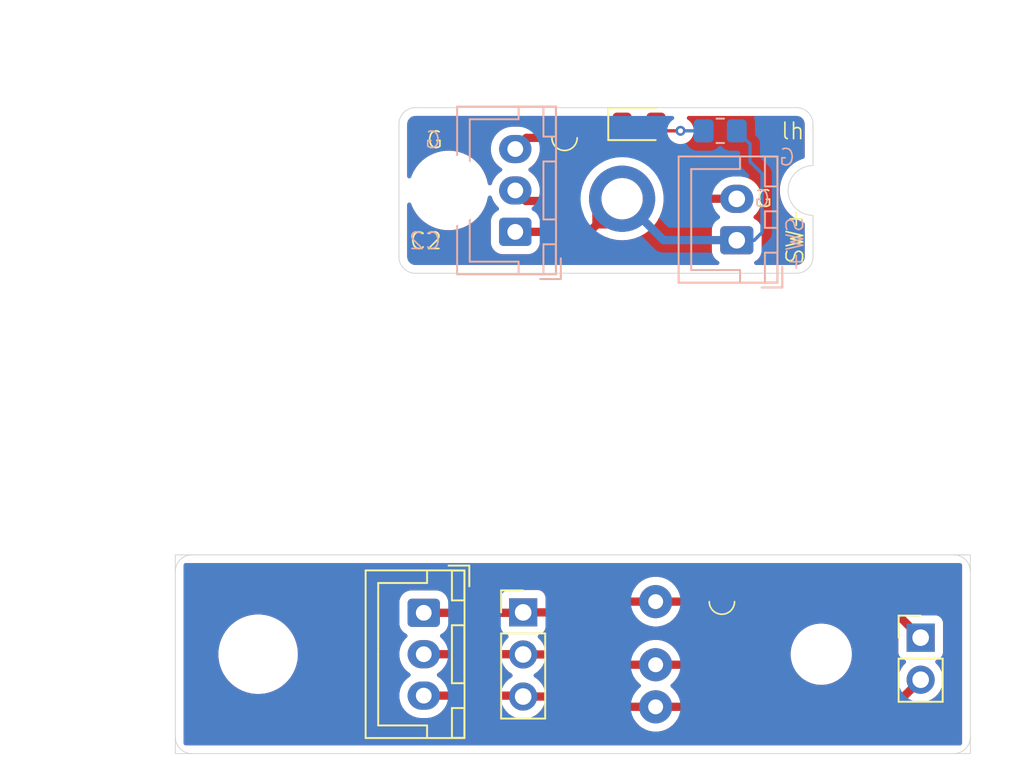
<source format=kicad_pcb>
(kicad_pcb (version 20240108) (generator "pcbnew") (generator_version "8.0")
  (layers (0 "F.Cu" signal) (31 "B.Cu" signal) (34 "B.Paste" user) (35 "F.Paste" user) (36 "B.SilkS" user "B.Silkscreen") (37 "F.SilkS" user "F.Silkscreen") (38 "B.Mask" user) (39 "F.Mask" user) (44 "Edge.Cuts" user))
  (net 0 "")
  (net 1 "GND")
  (net 2 "/Cell1")
  (net 3 "/Cell2")
  (net 4 "/Switched_PWR")
  (net 5 "Net-(D1-A)")
  (net 6 "Net-(J5-Pin_2)")
  (net 7 "Net-(J5-Pin_3)")
  (footprint "footprints:Pogo_3P" (layer "F.Cu") (at 127.504 31.357 -90)
    (property "Reference" "J5" (hide yes))
    (property "Value" "Pogo_3p")
    (fp_arc (start 0 -0.762) (mid 0.762 0) (end 0 0.762) (stroke (width 0.1)) (layer "F.SilkS"))
    (pad "1" smd circle (at 0 0 90) (size 1 1) (layers "F.Cu" "F.Mask") (net 1 "GND"))
    (pad "2" smd circle (at 3.81 0 90) (size 1 1) (layers "F.Cu" "F.Mask") (net 6 "Net-(J5-Pin_2)"))
    (pad "3" smd circle (at 6.35 0 90) (size 1 1) (layers "F.Cu" "F.Mask") (net 7 "Net-(J5-Pin_3)"))
  )
  (footprint "MountingHole:MountingHole_4.3mm_M4" (layer "F.Cu") (at 111.004 6.532)
    (property "Reference" "H2" (hide yes))
    (property "Value" "MountingHole")
    (pad "" np_thru_hole circle (at 0 0) (size 4.3 4.3) (drill 4.3) (layers "*.Cu" "*.Mask"))
  )
  (footprint "Connector_JST:JST_XH_B3B-XH-A_1x03_P2.50mm_Vertical" (layer "F.Cu") (at 109.504 32.032 -90)
    (property "Reference" "J7" (hide yes))
    (property "Value" "Batt_In")
    (fp_line (start -2.56 3.51) (end 7.56 3.51) (stroke (width 0.12)) (layer "F.SilkS"))
    (fp_line (start 7.56 3.51) (end 7.56 -2.46) (stroke (width 0.12)) (layer "F.SilkS"))
    (fp_line (start -1.8 2.75) (end 2.5 2.75) (stroke (width 0.12)) (layer "F.SilkS"))
    (fp_line (start 6.8 2.75) (end 2.5 2.75) (stroke (width 0.12)) (layer "F.SilkS"))
    (fp_line (start -2.55 -0.2) (end -1.8 -0.2) (stroke (width 0.12)) (layer "F.SilkS"))
    (fp_line (start -1.8 -0.2) (end -1.8 2.75) (stroke (width 0.12)) (layer "F.SilkS"))
    (fp_line (start 6.8 -0.2) (end 6.8 2.75) (stroke (width 0.12)) (layer "F.SilkS"))
    (fp_line (start 7.55 -0.2) (end 6.8 -0.2) (stroke (width 0.12)) (layer "F.SilkS"))
    (fp_line (start -2.55 -1.7) (end -0.75 -1.7) (stroke (width 0.12)) (layer "F.SilkS"))
    (fp_line (start -0.75 -1.7) (end -0.75 -2.45) (stroke (width 0.12)) (layer "F.SilkS"))
    (fp_line (start 0.75 -1.7) (end 4.25 -1.7) (stroke (width 0.12)) (layer "F.SilkS"))
    (fp_line (start 4.25 -1.7) (end 4.25 -2.45) (stroke (width 0.12)) (layer "F.SilkS"))
    (fp_line (start 5.75 -1.7) (end 7.55 -1.7) (stroke (width 0.12)) (layer "F.SilkS"))
    (fp_line (start 7.55 -1.7) (end 7.55 -2.45) (stroke (width 0.12)) (layer "F.SilkS"))
    (fp_line (start -2.55 -2.45) (end -2.55 -1.7) (stroke (width 0.12)) (layer "F.SilkS"))
    (fp_line (start -0.75 -2.45) (end -2.55 -2.45) (stroke (width 0.12)) (layer "F.SilkS"))
    (fp_line (start 0.75 -2.45) (end 0.75 -1.7) (stroke (width 0.12)) (layer "F.SilkS"))
    (fp_line (start 4.25 -2.45) (end 0.75 -2.45) (stroke (width 0.12)) (layer "F.SilkS"))
    (fp_line (start 5.75 -2.45) (end 5.75 -1.7) (stroke (width 0.12)) (layer "F.SilkS"))
    (fp_line (start 7.55 -2.45) (end 5.75 -2.45) (stroke (width 0.12)) (layer "F.SilkS"))
    (fp_line (start -2.56 -2.46) (end -2.56 3.51) (stroke (width 0.12)) (layer "F.SilkS"))
    (fp_line (start 7.56 -2.46) (end -2.56 -2.46) (stroke (width 0.12)) (layer "F.SilkS"))
    (fp_line (start -2.85 -2.75) (end -2.85 -1.5) (stroke (width 0.12)) (layer "F.SilkS"))
    (fp_line (start -1.6 -2.75) (end -2.85 -2.75) (stroke (width 0.12)) (layer "F.SilkS"))
    (pad "1" thru_hole roundrect (at 0 0 270) (size 1.7 1.95) (drill 0.95) (layers "*.Cu" "*.Mask") (roundrect_rratio 0.147059) (net 1 "GND"))
    (pad "2" thru_hole oval (at 2.5 0 270) (size 1.7 1.95) (drill 0.95) (layers "*.Cu" "*.Mask") (net 6 "Net-(J5-Pin_2)"))
    (pad "3" thru_hole oval (at 5 0 270) (size 1.7 1.95) (drill 0.95) (layers "*.Cu" "*.Mask") (net 7 "Net-(J5-Pin_3)"))
  )
  (footprint "Connector_PinHeader_2.54mm:PinHeader_1x02_P2.54mm_Vertical" (layer "F.Cu") (at 139.504 33.532)
    (property "Reference" "J8" (hide yes))
    (property "Value" "Conn_01x02_Pin")
    (fp_line (start -1.33 -1.33) (end 0 -1.33) (stroke (width 0.12)) (layer "F.SilkS"))
    (fp_line (start -1.33 0) (end -1.33 -1.33) (stroke (width 0.12)) (layer "F.SilkS"))
    (fp_line (start -1.33 1.27) (end -1.33 3.87) (stroke (width 0.12)) (layer "F.SilkS"))
    (fp_line (start -1.33 1.27) (end 1.33 1.27) (stroke (width 0.12)) (layer "F.SilkS"))
    (fp_line (start -1.33 3.87) (end 1.33 3.87) (stroke (width 0.12)) (layer "F.SilkS"))
    (fp_line (start 1.33 1.27) (end 1.33 3.87) (stroke (width 0.12)) (layer "F.SilkS"))
    (pad "1" thru_hole rect (at 0 0) (size 1.7 1.7) (drill 1) (layers "*.Cu" "*.Mask") (net 1 "GND"))
    (pad "2" thru_hole oval (at 0 2.54) (size 1.7 1.7) (drill 1) (layers "*.Cu" "*.Mask") (net 7 "Net-(J5-Pin_3)"))
  )
  (footprint "MountingHole:MountingHole_4.3mm_M4" (layer "F.Cu") (at 99.504 34.532)
    (property "Reference" "H3" (hide yes))
    (property "Value" "MountingHole")
    (pad "" np_thru_hole circle (at 0 0) (size 4.3 4.3) (drill 4.3) (layers "*.Cu" "*.Mask"))
  )
  (footprint "footprints:Pogo_3P" (layer "F.Cu") (at 118.004 3.357 -90)
    (property "Reference" "J2" (hide yes))
    (property "Value" "Pogo_3p" (hide yes))
    (fp_arc (start 0 -0.762) (mid 0.762 0) (end 0 0.762) (stroke (width 0.1)) (layer "F.SilkS"))
    (pad "1" smd circle (at 0 0 90) (size 1 1) (layers "F.Cu" "F.Mask") (net 1 "GND"))
    (pad "2" smd circle (at 3.81 0 90) (size 1 1) (layers "F.Cu" "F.Mask") (net 2 "/Cell1"))
    (pad "3" smd circle (at 6.35 0 90) (size 1 1) (layers "F.Cu" "F.Mask") (net 3 "/Cell2"))
  )
  (footprint "footprints:Screw_Switch_M1.6" (layer "F.Cu") (at 121.479 7.032)
    (property "Reference" "SW1")
    (property "Value" "Screw Switch")
    (pad "" np_thru_hole circle (at 0 0) (size 2.1 2.1) (drill 2.1) (layers "F&B.Cu" "*.Mask"))
    (pad "1" smd circle (at -1.525 0) (size 0.55 0.55) (layers "F.Cu") (net 3 "/Cell2"))
    (pad "1" smd circle (at 0 -1.525) (size 0.55 0.55) (layers "F.Cu") (net 3 "/Cell2"))
    (pad "1" smd circle (at 0 1.525) (size 0.55 0.55) (layers "F.Cu") (net 3 "/Cell2"))
    (pad "1" smd circle (at 1.525 0) (size 0.55 0.55) (layers "F.Cu") (net 3 "/Cell2"))
    (pad "1" smd custom (at 1.525 0) (size 0.55 0.55) (layers "F.Cu" "F.Mask") (net 3 "/Cell2") (options (clearance outline) (anchor circle)) (primitives (gr_circle (center -1.525 0) (end 0.1 0) (width 0.75) (fill no))))
    (pad "2" smd custom (at -1.1 -1.1 180) (size 0.4 0.4) (layers "B.Cu" "B.Paste" "B.Mask") (net 4 "/Switched_PWR") (options (clearance outline) (anchor circle)) (primitives (gr_arc (start 0.61266 -0.76066) (mid 0.142171 0.140671) (end -0.758572 0.612284) (width 0.2)) (gr_line (start 0.306819 -0.76066) (end 0.714164 -0.76066) (width 0.2)) (gr_line (start -0.759401 0.306542) (end -0.76066 0.71734) (width 0.2)) (gr_arc (start 0.714164 -0.76066) (mid 0.212264 0.212) (end -0.760292 0.714102) (width 0.2)) (gr_arc (start 0.510963 -0.76066) (mid 0.071561 0.06986) (end -0.758297 0.51051) (width 0.2)) (gr_arc (start 0.409034 -0.76066) (mid 0.000242 -0.000241) (end -0.759991 0.408897) (width 0.2)) (gr_arc (start 0.306819 -0.76066) (mid -0.070255 -0.071167) (end -0.759401 0.306542) (width 0.2))))
    (pad "2" smd custom (at -1.1 1.05 270) (size 0.4 0.4) (layers "B.Cu" "B.Paste" "B.Mask") (net 4 "/Switched_PWR") (options (clearance outline) (anchor circle)) (primitives (gr_arc (start 0.61266 -0.76066) (mid 0.142171 0.140671) (end -0.758572 0.612284) (width 0.2)) (gr_line (start 0.306819 -0.76066) (end 0.714164 -0.76066) (width 0.2)) (gr_line (start -0.759401 0.306542) (end -0.76066 0.71734) (width 0.2)) (gr_arc (start 0.714164 -0.76066) (mid 0.212264 0.212) (end -0.760292 0.714102) (width 0.2)) (gr_arc (start 0.510963 -0.76066) (mid 0.071561 0.06986) (end -0.758297 0.51051) (width 0.2)) (gr_arc (start 0.409034 -0.76066) (mid 0.000242 -0.000241) (end -0.759991 0.408897) (width 0.2)) (gr_arc (start 0.306819 -0.76066) (mid -0.070255 -0.071167) (end -0.759401 0.306542) (width 0.2))))
    (pad "2" smd custom (at 1.05 1.05) (size 0.4 0.4) (layers "B.Cu" "B.Paste" "B.Mask") (net 4 "/Switched_PWR") (options (clearance outline) (anchor circle)) (primitives (gr_arc (start 0.61266 -0.76066) (mid 0.142171 0.140671) (end -0.758572 0.612284) (width 0.2)) (gr_line (start 0.306819 -0.76066) (end 0.714164 -0.76066) (width 0.2)) (gr_line (start -0.759401 0.306542) (end -0.76066 0.71734) (width 0.2)) (gr_arc (start 0.714164 -0.76066) (mid 0.212264 0.212) (end -0.760292 0.714102) (width 0.2)) (gr_arc (start 0.510963 -0.76066) (mid 0.071561 0.06986) (end -0.758297 0.51051) (width 0.2)) (gr_arc (start 0.409034 -0.76066) (mid 0.000242 -0.000241) (end -0.759991 0.408897) (width 0.2)) (gr_arc (start 0.306819 -0.76066) (mid -0.070255 -0.071167) (end -0.759401 0.306542) (width 0.2))))
    (pad "2" smd custom (at 1.1 -1.1 90) (size 0.4 0.4) (layers "B.Cu" "B.Paste" "B.Mask") (net 4 "/Switched_PWR") (options (clearance outline) (anchor circle)) (primitives (gr_arc (start 0.61266 -0.76066) (mid 0.142171 0.140671) (end -0.758572 0.612284) (width 0.2)) (gr_line (start 0.306819 -0.76066) (end 0.714164 -0.76066) (width 0.2)) (gr_line (start -0.759401 0.306542) (end -0.76066 0.71734) (width 0.2)) (gr_arc (start 0.714164 -0.76066) (mid 0.212264 0.212) (end -0.760292 0.714102) (width 0.2)) (gr_arc (start 0.510963 -0.76066) (mid 0.071561 0.06986) (end -0.758297 0.51051) (width 0.2)) (gr_arc (start 0.409034 -0.76066) (mid 0.000242 -0.000241) (end -0.759991 0.408897) (width 0.2)) (gr_arc (start 0.306819 -0.76066) (mid -0.070255 -0.071167) (end -0.759401 0.306542) (width 0.2))))
    (pad "2" smd custom (at 1.525 0 180) (size 0.55 0.55) (layers "B.Cu") (net 4 "/Switched_PWR") (options (clearance outline) (anchor circle)) (primitives (gr_circle (center 1.525 0) (end -0.1 0) (width 0.75) (fill no))))
  )
  (footprint "Connector_PinHeader_2.54mm:PinHeader_1x03_P2.54mm_Vertical" (layer "F.Cu") (at 115.504 32.007)
    (property "Reference" "J6" (hide yes))
    (property "Value" "Conn_01x03_Pin")
    (fp_line (start -1.33 -1.33) (end 0 -1.33) (stroke (width 0.12)) (layer "F.SilkS"))
    (fp_line (start -1.33 0) (end -1.33 -1.33) (stroke (width 0.12)) (layer "F.SilkS"))
    (fp_line (start -1.33 1.27) (end -1.33 6.41) (stroke (width 0.12)) (layer "F.SilkS"))
    (fp_line (start -1.33 1.27) (end 1.33 1.27) (stroke (width 0.12)) (layer "F.SilkS"))
    (fp_line (start -1.33 6.41) (end 1.33 6.41) (stroke (width 0.12)) (layer "F.SilkS"))
    (fp_line (start 1.33 1.27) (end 1.33 6.41) (stroke (width 0.12)) (layer "F.SilkS"))
    (pad "1" thru_hole rect (at 0 0) (size 1.7 1.7) (drill 1) (layers "*.Cu" "*.Mask") (net 1 "GND"))
    (pad "2" thru_hole oval (at 0 2.54) (size 1.7 1.7) (drill 1) (layers "*.Cu" "*.Mask") (net 6 "Net-(J5-Pin_2)"))
    (pad "3" thru_hole oval (at 0 5.08) (size 1.7 1.7) (drill 1) (layers "*.Cu" "*.Mask") (net 7 "Net-(J5-Pin_3)"))
  )
  (footprint "footprints:Pogo_Pin_Connection" (layer "F.Cu") (at 123.504 31.357 -90)
    (property "Reference" "J9" (hide yes))
    (property "Value" "Pogo_3p")
    (pad "1" thru_hole circle (at 0 0 90) (size 2 2) (drill 0.9) (layers "*.Cu" "*.Mask") (net 1 "GND"))
    (pad "2" thru_hole circle (at 3.81 0 90) (size 2 2) (drill 0.9) (layers "*.Cu" "*.Mask") (net 6 "Net-(J5-Pin_2)"))
    (pad "3" thru_hole circle (at 6.35 0 90) (size 2 2) (drill 0.9) (layers "*.Cu" "*.Mask") (net 7 "Net-(J5-Pin_3)"))
  )
  (footprint "LED_SMD:LED_0805_2012Metric_Pad1.15x1.40mm_HandSolder" (layer "F.Cu") (at 122.504 2.532)
    (property "Reference" "D1" (hide yes))
    (property "Value" "LED")
    (fp_line (start -1.86 -0.96) (end -1.86 0.96) (stroke (width 0.12)) (layer "F.SilkS"))
    (fp_line (start -1.86 0.96) (end 0.999999 0.96) (stroke (width 0.12)) (layer "F.SilkS"))
    (fp_line (start 1 -0.960001) (end -1.86 -0.96) (stroke (width 0.12)) (layer "F.SilkS"))
    (pad "1" smd roundrect (at -1.025 0) (size 1.15 1.4) (layers "F.Cu" "F.Paste" "F.Mask") (roundrect_rratio 0.217391) (net 1 "GND"))
    (pad "2" smd roundrect (at 1.025 0) (size 1.15 1.4) (layers "F.Cu" "F.Paste" "F.Mask") (roundrect_rratio 0.217391) (net 5 "Net-(D1-A)"))
  )
  (footprint "MountingHole:MountingHole_3.2mm_M3" (layer "F.Cu") (at 133.504 34.532)
    (property "Reference" "H4" (hide yes))
    (property "Value" "MountingHole")
    (pad "" np_thru_hole circle (at 0 0) (size 3.2 3.2) (drill 3.2) (layers "*.Cu" "*.Mask"))
  )
  (footprint "Resistor_SMD:R_0805_2012Metric_Pad1.20x1.40mm_HandSolder" (layer "B.Cu") (at 127.404 2.932 180)
    (property "Reference" "R1" (hide yes))
    (property "Value" "R")
    (fp_line (start 0.227064 0.735) (end -0.227064 0.735) (stroke (width 0.12)) (layer "B.SilkS"))
    (fp_line (start 0.227064 -0.735) (end -0.227064 -0.735) (stroke (width 0.12)) (layer "B.SilkS"))
    (pad "1" smd roundrect (at -1 0 180) (size 1.2 1.4) (layers "B.Cu" "B.Paste" "B.Mask") (roundrect_rratio 0.208333) (net 4 "/Switched_PWR"))
    (pad "2" smd roundrect (at 1 0 180) (size 1.2 1.4) (layers "B.Cu" "B.Paste" "B.Mask") (roundrect_rratio 0.208333) (net 5 "Net-(D1-A)"))
  )
  (footprint "Connector_JST:JST_XH_B2B-XH-A_1x02_P2.50mm_Vertical" (layer "B.Cu") (at 128.401 9.54 90)
    (property "Reference" "J3" (hide yes))
    (property "Value" "to_bott")
    (fp_line (start 5.06 -3.51) (end -2.56 -3.51) (stroke (width 0.12)) (layer "B.SilkS"))
    (fp_line (start -2.56 -3.51) (end -2.56 2.46) (stroke (width 0.12)) (layer "B.SilkS"))
    (fp_line (start 4.3 -2.75) (end 4.3 0.2) (stroke (width 0.12)) (layer "B.SilkS"))
    (fp_line (start 1.25 -2.75) (end 4.3 -2.75) (stroke (width 0.12)) (layer "B.SilkS"))
    (fp_line (start 1.25 -2.75) (end -1.8 -2.75) (stroke (width 0.12)) (layer "B.SilkS"))
    (fp_line (start -1.8 -2.75) (end -1.8 0.2) (stroke (width 0.12)) (layer "B.SilkS"))
    (fp_line (start 4.3 0.2) (end 5.05 0.2) (stroke (width 0.12)) (layer "B.SilkS"))
    (fp_line (start -1.8 0.2) (end -2.55 0.2) (stroke (width 0.12)) (layer "B.SilkS"))
    (fp_line (start -2.85 1.5) (end -2.85 2.75) (stroke (width 0.12)) (layer "B.SilkS"))
    (fp_line (start 5.05 1.7) (end 3.25 1.7) (stroke (width 0.12)) (layer "B.SilkS"))
    (fp_line (start 3.25 1.7) (end 3.25 2.45) (stroke (width 0.12)) (layer "B.SilkS"))
    (fp_line (start 1.75 1.7) (end 0.75 1.7) (stroke (width 0.12)) (layer "B.SilkS"))
    (fp_line (start 0.75 1.7) (end 0.75 2.45) (stroke (width 0.12)) (layer "B.SilkS"))
    (fp_line (start -0.75 1.7) (end -2.55 1.7) (stroke (width 0.12)) (layer "B.SilkS"))
    (fp_line (start -2.55 1.7) (end -2.55 2.45) (stroke (width 0.12)) (layer "B.SilkS"))
    (fp_line (start 5.05 2.45) (end 5.05 1.7) (stroke (width 0.12)) (layer "B.SilkS"))
    (fp_line (start 3.25 2.45) (end 5.05 2.45) (stroke (width 0.12)) (layer "B.SilkS"))
    (fp_line (start 1.75 2.45) (end 1.75 1.7) (stroke (width 0.12)) (layer "B.SilkS"))
    (fp_line (start 0.75 2.45) (end 1.75 2.45) (stroke (width 0.12)) (layer "B.SilkS"))
    (fp_line (start -0.75 2.45) (end -0.75 1.7) (stroke (width 0.12)) (layer "B.SilkS"))
    (fp_line (start -2.55 2.45) (end -0.75 2.45) (stroke (width 0.12)) (layer "B.SilkS"))
    (fp_line (start 5.06 2.46) (end 5.06 -3.51) (stroke (width 0.12)) (layer "B.SilkS"))
    (fp_line (start -2.56 2.46) (end 5.06 2.46) (stroke (width 0.12)) (layer "B.SilkS"))
    (fp_line (start -2.85 2.75) (end -1.6 2.75) (stroke (width 0.12)) (layer "B.SilkS"))
    (pad "1" thru_hole roundrect (at 0 0 90) (size 1.7 2) (drill 1) (layers "*.Cu" "*.Mask") (roundrect_rratio 0.147059) (net 4 "/Switched_PWR"))
    (pad "2" thru_hole oval (at 2.5 0 90) (size 1.7 2) (drill 1) (layers "*.Cu" "*.Mask") (net 1 "GND"))
  )
  (footprint "Connector_JST:JST_XH_B3B-XH-A_1x03_P2.50mm_Vertical" (layer "B.Cu") (at 115.029 9.032 90)
    (property "Reference" "J1" (hide yes))
    (property "Value" "Batt_In")
    (fp_line (start 7.56 -3.51) (end -2.56 -3.51) (stroke (width 0.12)) (layer "B.SilkS"))
    (fp_line (start -2.56 -3.51) (end -2.56 2.46) (stroke (width 0.12)) (layer "B.SilkS"))
    (fp_line (start 6.8 -2.75) (end 6.8 0.2) (stroke (width 0.12)) (layer "B.SilkS"))
    (fp_line (start 2.5 -2.75) (end 6.8 -2.75) (stroke (width 0.12)) (layer "B.SilkS"))
    (fp_line (start 2.5 -2.75) (end -1.8 -2.75) (stroke (width 0.12)) (layer "B.SilkS"))
    (fp_line (start -1.8 -2.75) (end -1.8 0.2) (stroke (width 0.12)) (layer "B.SilkS"))
    (fp_line (start 6.8 0.2) (end 7.55 0.2) (stroke (width 0.12)) (layer "B.SilkS"))
    (fp_line (start -1.8 0.2) (end -2.55 0.2) (stroke (width 0.12)) (layer "B.SilkS"))
    (fp_line (start -2.85 1.5) (end -2.85 2.75) (stroke (width 0.12)) (layer "B.SilkS"))
    (fp_line (start 7.55 1.7) (end 5.75 1.7) (stroke (width 0.12)) (layer "B.SilkS"))
    (fp_line (start 5.75 1.7) (end 5.75 2.45) (stroke (width 0.12)) (layer "B.SilkS"))
    (fp_line (start 4.25 1.7) (end 0.75 1.7) (stroke (width 0.12)) (layer "B.SilkS"))
    (fp_line (start 0.75 1.7) (end 0.75 2.45) (stroke (width 0.12)) (layer "B.SilkS"))
    (fp_line (start -0.75 1.7) (end -2.55 1.7) (stroke (width 0.12)) (layer "B.SilkS"))
    (fp_line (start -2.55 1.7) (end -2.55 2.45) (stroke (width 0.12)) (layer "B.SilkS"))
    (fp_line (start 7.55 2.45) (end 7.55 1.7) (stroke (width 0.12)) (layer "B.SilkS"))
    (fp_line (start 5.75 2.45) (end 7.55 2.45) (stroke (width 0.12)) (layer "B.SilkS"))
    (fp_line (start 4.25 2.45) (end 4.25 1.7) (stroke (width 0.12)) (layer "B.SilkS"))
    (fp_line (start 0.75 2.45) (end 4.25 2.45) (stroke (width 0.12)) (layer "B.SilkS"))
    (fp_line (start -0.75 2.45) (end -0.75 1.7) (stroke (width 0.12)) (layer "B.SilkS"))
    (fp_line (start -2.55 2.45) (end -0.75 2.45) (stroke (width 0.12)) (layer "B.SilkS"))
    (fp_line (start 7.56 2.46) (end 7.56 -3.51) (stroke (width 0.12)) (layer "B.SilkS"))
    (fp_line (start -2.56 2.46) (end 7.56 2.46) (stroke (width 0.12)) (layer "B.SilkS"))
    (fp_line (start -2.85 2.75) (end -1.6 2.75) (stroke (width 0.12)) (layer "B.SilkS"))
    (pad "1" thru_hole roundrect (at 0 0 90) (size 1.7 1.95) (drill 0.95) (layers "*.Cu" "*.Mask") (roundrect_rratio 0.147059) (net 3 "/Cell2"))
    (pad "2" thru_hole oval (at 2.5 0 90) (size 1.7 1.95) (drill 0.95) (layers "*.Cu" "*.Mask") (net 2 "/Cell1"))
    (pad "3" thru_hole oval (at 5 0 90) (size 1.7 1.95) (drill 0.95) (layers "*.Cu" "*.Mask") (net 1 "GND"))
  )
  (gr_arc (start 142.503999 39.531999) (mid 142.211106 40.239106) (end 141.503999 40.531999) (stroke (width 0.05)) (layer "Edge.Cuts"))
  (gr_arc (start 94.504001 29.532001) (mid 94.796894 28.824894) (end 95.504001 28.532001) (stroke (width 0.05)) (layer "Edge.Cuts"))
  (gr_arc (start 109.004 11.532) (mid 108.296893 11.239107) (end 108.004 10.532) (stroke (width 0.05)) (layer "Edge.Cuts"))
  (gr_line (start 109.004 11.532) (end 132.004 11.532) (stroke (width 0.05)) (layer "Edge.Cuts"))
  (gr_line (start 133.004 10.532) (end 133.004 8.032) (stroke (width 0.05)) (layer "Edge.Cuts"))
  (gr_arc (start 133.004 10.532) (mid 132.711107 11.239107) (end 132.004 11.532) (stroke (width 0.05)) (layer "Edge.Cuts"))
  (gr_arc (start 95.504001 40.531999) (mid 94.796894 40.239106) (end 94.504001 39.531999) (stroke (width 0.05)) (layer "Edge.Cuts"))
  (gr_line (start 132.004 1.532) (end 109.004 1.532) (stroke (width 0.05)) (layer "Edge.Cuts"))
  (gr_arc (start 132.004 1.532) (mid 132.711107 1.824893) (end 133.004 2.532) (stroke (width 0.05)) (layer "Edge.Cuts"))
  (gr_arc (start 133.004 8.032) (mid 131.504 6.532) (end 133.004 5.032) (stroke (width 0.05)) (layer "Edge.Cuts"))
  (gr_rect (start 94.504 28.532) (end 142.504 40.532) (stroke (width 0.05)) (fill none) (layer "Edge.Cuts"))
  (gr_line (start 133.004 5.032) (end 133.004 2.532) (stroke (width 0.05)) (layer "Edge.Cuts"))
  (gr_arc (start 108.004 2.532) (mid 108.296893 1.824893) (end 109.004 1.532) (stroke (width 0.05)) (layer "Edge.Cuts"))
  (gr_line (start 108.004 2.532) (end 108.004 10.532) (stroke (width 0.05)) (layer "Edge.Cuts"))
  (gr_arc (start 141.503999 28.532001) (mid 142.211106 28.824894) (end 142.503999 29.532001) (stroke (width 0.05)) (layer "Edge.Cuts"))
  (gr_text "SW+" (at 132.504 8.056 90) (layer "B.SilkS") (effects (font (size 1 1) (thickness 0.1)) (justify left bottom mirror)))
  (gr_text "G" (at 110.621 3.484 -0) (layer "B.SilkS") (effects (font (size 1 1) (thickness 0.1)) (justify left mirror)))
  (gr_text "G" (at 130.504 7.032 -0) (layer "B.SilkS") (effects (font (size 1 1) (thickness 0.1)) (justify left mirror)))
  (gr_text "G" (at 132.004 4.532 -0) (layer "B.SilkS") (effects (font (size 1 1) (thickness 0.1)) (justify left mirror)))
  (gr_text "C2" (at 110.621 9.58 0) (layer "B.SilkS") (effects (font (size 1 1) (thickness 0.1)) (justify left mirror)))
  (gr_text "SW+" (at 132.504 11.032 90) (layer "F.SilkS") (effects (font (size 1 1) (thickness 0.1)) (justify left bottom)))
  (gr_text "C2" (at 108.589 9.58 -0) (layer "F.SilkS") (effects (font (size 1 1) (thickness 0.1)) (justify left)))
  (gr_text "lh" (at 131.004 3.532 0) (layer "F.SilkS") (effects (font (size 1 1) (thickness 0.1)) (justify left bottom)))
  (gr_text "G" (at 109.605 3.484 0) (layer "F.SilkS") (effects (font (size 1 1) (thickness 0.1)) (justify left)))
  (gr_text "G" (at 129.504 7.032 0) (layer "F.SilkS") (effects (font (size 1 1) (thickness 0.1)) (justify left)))
  (segment (start 115.479 32.032) (end 115.504 32.007) (width 0.5) (layer "F.Cu") (net 1))
  (segment (start 130.504 30.532) (end 129.679 31.357) (width 0.5) (layer "F.Cu") (net 1))
  (segment (start 118.004 3.357) (end 119.829 3.357) (width 0.5) (layer "F.Cu") (net 1))
  (segment (start 119.029 32.007) (end 119.679 31.357) (width 0.5) (layer "F.Cu") (net 1))
  (segment (start 120.004 3.532) (end 121.004 2.532) (width 0.2) (layer "F.Cu") (net 1))
  (segment (start 136.504 30.532) (end 130.504 30.532) (width 0.5) (layer "F.Cu") (net 1))
  (segment (start 120.004 3.532) (end 120.304 3.832) (width 0.5) (layer "F.Cu") (net 1))
  (segment (start 115.704 3.357) (end 115.029 4.032) (width 0.5) (layer "F.Cu") (net 1))
  (segment (start 119.829 3.357) (end 120.004 3.532) (width 0.5) (layer "F.Cu") (net 1))
  (segment (start 109.504 32.032) (end 115.479 32.032) (width 0.5) (layer "F.Cu") (net 1))
  (segment (start 129.679 31.357) (end 127.504 31.357) (width 0.5) (layer "F.Cu") (net 1))
  (segment (start 121.004 2.532) (end 121.479 2.532) (width 0.2) (layer "F.Cu") (net 1))
  (segment (start 119.679 31.357) (end 123.504 31.357) (width 0.5) (layer "F.Cu") (net 1))
  (segment (start 139.504 33.532) (end 136.504 30.532) (width 0.5) (layer "F.Cu") (net 1))
  (segment (start 115.504 32.007) (end 119.029 32.007) (width 0.5) (layer "F.Cu") (net 1))
  (segment (start 120.304 3.832) (end 122.804 3.832) (width 0.5) (layer "F.Cu") (net 1))
  (segment (start 123.504 31.357) (end 127.504 31.357) (width 0.5) (layer "F.Cu") (net 1))
  (segment (start 122.804 3.832) (end 126.004 7.032) (width 0.5) (layer "F.Cu") (net 1))
  (segment (start 118.004 3.357) (end 115.704 3.357) (width 0.5) (layer "F.Cu") (net 1))
  (segment (start 126.004 7.032) (end 127.504 7.032) (width 0.5) (layer "F.Cu") (net 1))
  (segment (start 115.664 7.167) (end 115.029 6.532) (width 0.5) (layer "F.Cu") (net 2))
  (segment (start 118.004 7.167) (end 115.664 7.167) (width 0.5) (layer "F.Cu") (net 2))
  (segment (start 119.929 8.607) (end 119.954 8.582) (width 0.5) (layer "F.Cu") (net 3))
  (segment (start 118.004 9.707) (end 118.829 9.707) (width 0.5) (layer "F.Cu") (net 3))
  (segment (start 119.929 8.607) (end 119.929 7.032) (width 0.5) (layer "F.Cu") (net 3))
  (segment (start 118.829 9.707) (end 119.929 8.607) (width 0.5) (layer "F.Cu") (net 3))
  (segment (start 117.329 9.032) (end 118.004 9.707) (width 0.5) (layer "F.Cu") (net 3))
  (segment (start 115.029 9.032) (end 117.329 9.032) (width 0.5) (layer "F.Cu") (net 3))
  (segment (start 119.954 8.582) (end 121.479 8.582) (width 0.5) (layer "F.Cu") (net 3))
  (segment (start 128.401 9.54) (end 128.393 9.532) (width 0.5) (layer "B.Cu") (net 4))
  (segment (start 129.925 9.072) (end 129.925 5.516) (width 0.2) (layer "B.Cu") (net 4))
  (segment (start 129.204 4.795) (end 129.204 3.732) (width 0.2) (layer "B.Cu") (net 4))
  (segment (start 129.457 9.54) (end 129.925 9.072) (width 0.2) (layer "B.Cu") (net 4))
  (segment (start 128.401 9.54) (end 129.457 9.54) (width 0.2) (layer "B.Cu") (net 4))
  (segment (start 129.204 3.732) (end 128.404 2.932) (width 0.2) (layer "B.Cu") (net 4))
  (segment (start 128.393 9.532) (end 123.979 9.532) (width 0.5) (layer "B.Cu") (net 4))
  (segment (start 123.979 9.532) (end 122.575015 8.128015) (width 0.5) (layer "B.Cu") (net 4))
  (segment (start 129.925 5.516) (end 129.204 4.795) (width 0.2) (layer "B.Cu") (net 4))
  (segment (start 125.004 2.932) (end 123.929 2.932) (width 0.2) (layer "F.Cu") (net 5))
  (segment (start 123.929 2.932) (end 123.529 2.532) (width 0.2) (layer "F.Cu") (net 5))
  (via (at 125.004 2.932) (size 0.6) (drill 0.3) (layers "F.Cu" "B.Cu") (net 5))
  (segment (start 125.004 2.932) (end 126.404 2.932) (width 0.2) (layer "B.Cu") (net 5))
  (segment (start 109.504 34.532) (end 115.489 34.532) (width 0.5) (layer "F.Cu") (net 6))
  (segment (start 119.519 34.547) (end 115.504 34.547) (width 0.5) (layer "F.Cu") (net 6))
  (segment (start 115.489 34.532) (end 115.504 34.547) (width 0.5) (layer "F.Cu") (net 6))
  (segment (start 123.504 35.167) (end 127.504 35.167) (width 0.5) (layer "F.Cu") (net 6))
  (segment (start 120.139 35.167) (end 119.519 34.547) (width 0.5) (layer "F.Cu") (net 6))
  (segment (start 123.504 35.167) (end 120.139 35.167) (width 0.5) (layer "F.Cu") (net 6))
  (segment (start 118.679 37.707) (end 123.504 37.707) (width 0.5) (layer "F.Cu") (net 7))
  (segment (start 127.504 37.707) (end 123.504 37.707) (width 0.5) (layer "F.Cu") (net 7))
  (segment (start 115.504 37.087) (end 118.059 37.087) (width 0.5) (layer "F.Cu") (net 7))
  (segment (start 115.449 37.032) (end 115.504 37.087) (width 0.5) (layer "F.Cu") (net 7))
  (segment (start 139.504 36.072) (end 137.044 38.532) (width 0.5) (layer "F.Cu") (net 7))
  (segment (start 128.329 38.532) (end 127.504 37.707) (width 0.5) (layer "F.Cu") (net 7))
  (segment (start 118.059 37.087) (end 118.679 37.707) (width 0.5) (layer "F.Cu") (net 7))
  (segment (start 137.044 38.532) (end 128.329 38.532) (width 0.5) (layer "F.Cu") (net 7))
  (segment (start 109.504 37.032) (end 115.449 37.032) (width 0.5) (layer "F.Cu") (net 7))
  (zone (net 0) (net_name "") (layers "F&B.Cu") (connect_pads (clearance 0.5)) (min_thickness 0.25) (fill yes (thermal_gap 0.5) (thermal_bridge_width 0.5) (island_removal_mode 1) (island_area_min 10))
    (polygon (pts (xy 92.004 27.532) (xy 144.504 27.532) (xy 144.504 41.532) (xy 92.004 41.532)))
  )
  (zone (net 0) (net_name "") (layers "F&B.Cu") (connect_pads (clearance 0.5)) (min_thickness 0.25) (fill yes (thermal_gap 0.5) (thermal_bridge_width 0.5) (island_removal_mode 1) (island_area_min 10))
    (polygon (pts (xy 107.504 1.032) (xy 133.504 1.032) (xy 133.504 12.532) (xy 107.504 12.532)))
  )
)
</source>
